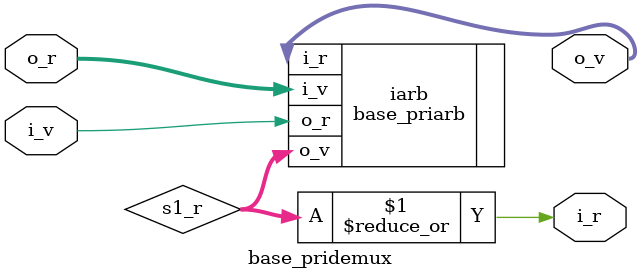
<source format=sv>
/*
 * Copyright 2017 IBM Corporation
 * Licensed to the Apache Software Foundation (ASF) under one
 * or more contributor license agreements.  See the NOTICE file
 * distributed with this work for additional information
 * regarding copyright ownership.  The ASF licenses this file
 * to you under the Apache License, Version 2.0 (the
 * "License"); you may not use this file except in compliance
 * with the License.  You may obtain a copy of the License at
 *
 *     http://www.apache.org/licenses/LICENSE-2.0
 *
 * Unless required by applicable law or agreed to in writing, software
 * distributed under the License is distributed on an "AS IS" BASIS,
 * WITHOUT WARRANTIES OR CONDITIONS OF ANY KIND, either express or implied.
 * See the License for the specific language governing permissions and
 * limitations under the License.
 *
 * Author: Andrew K Martin akmartin@us.ibm.com
 */
 
module base_pridemux#
  (   
      parameter ways = 2,
      parameter width = 1
      )
   (
    input 	       i_v,
    output 	       i_r,
    output [0:ways-1]  o_v,
    input [0:ways-1]   o_r
   );

   wire [0:ways-1]     s1_r;
   
   base_priarb#(.ways(ways)) iarb
     (.i_v(o_r), .i_r(o_v),
      .o_v(s1_r), .o_r(i_v)
      );
   assign i_r = | s1_r;
   
endmodule // base_pri_arb

		     

</source>
